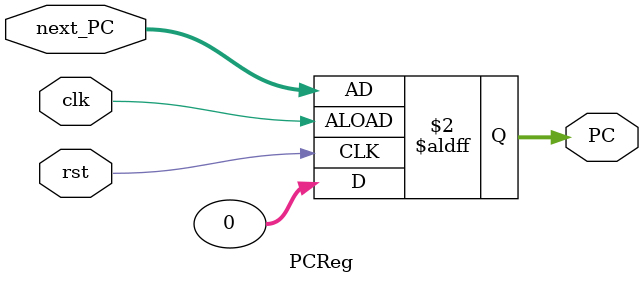
<source format=sv>
module PCReg #(         //topfile
    parameter       DATA_WIDTH = 32
) (
    input logic                     clk,               
    input logic                     rst,
    input logic [DATA_WIDTH-1:0]    next_PC,
    output logic [DATA_WIDTH-1:0]   PC   
);

always_ff @ (posedge clk, posedge rst) 
    if(clk)         PC <= next_PC;
    else if(rst)    PC <= 0;

endmodule

</source>
